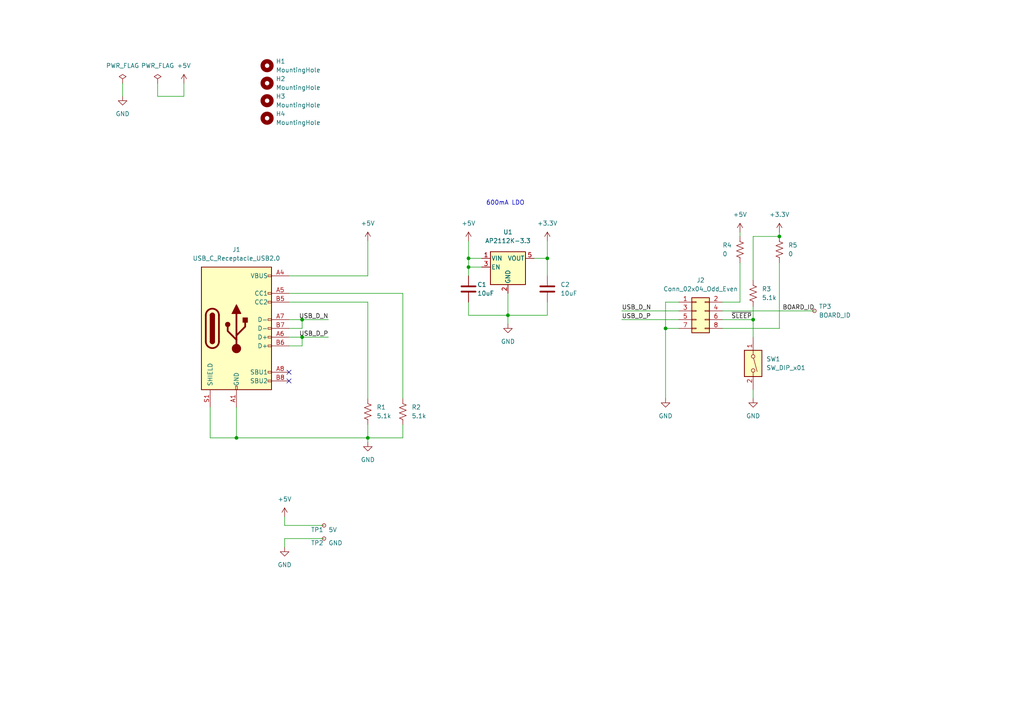
<source format=kicad_sch>
(kicad_sch (version 20211123) (generator eeschema)
  (paper "A4")
  (lib_symbols
    (symbol "Connector:TestPoint_Small" (pin_numbers hide) (pin_names (offset 0.762) hide)
      (property "Reference" "TP" (at 0 3.81 0))
      (property "Value" "TestPoint_Small" (at 0 2.032 0))
      (symbol "TestPoint_Small_0_1"
        (circle (center 0 0) (radius 0.508))
      )
      (symbol "TestPoint_Small_1_1"
        (pin passive line (at 0 0 90) (length 0) (name "1") (number "1"))
      )
    )
    (symbol "Connector:USB_C_Receptacle_USB2.0" (pin_names (offset 1.016))
      (property "Reference" "J" (at -10.16 19.05 0))
      (property "Value" "USB_C_Receptacle_USB2.0" (at 19.05 19.05 0))
      (symbol "USB_C_Receptacle_USB2.0_0_0"
        (rectangle (start -0.254 -17.78) (end 0.254 -16.764))
        (rectangle (start 10.16 -14.986) (end 9.144 -15.494))
        (rectangle (start 10.16 -12.446) (end 9.144 -12.954))
        (rectangle (start 10.16 -4.826) (end 9.144 -5.334))
        (rectangle (start 10.16 -2.286) (end 9.144 -2.794))
        (rectangle (start 10.16 0.254) (end 9.144 -0.254))
        (rectangle (start 10.16 2.794) (end 9.144 2.286))
        (rectangle (start 10.16 7.874) (end 9.144 7.366))
        (rectangle (start 10.16 10.414) (end 9.144 9.906))
        (rectangle (start 10.16 15.494) (end 9.144 14.986))
      )
      (symbol "USB_C_Receptacle_USB2.0_0_1"
        (rectangle (start -10.16 17.78) (end 10.16 -17.78) (stroke (width 0.254)) (fill (type background)))
        (arc (start -8.89 -3.81) (mid -6.985 -5.715) (end -5.08 -3.81) (stroke (width 0.508)))
        (arc (start -7.62 -3.81) (mid -6.985 -4.445) (end -6.35 -3.81) (stroke (width 0.254)))
        (arc (start -7.62 -3.81) (mid -6.985 -4.445) (end -6.35 -3.81) (stroke (width 0.254)) (fill (type outline)))
        (rectangle (start -7.62 -3.81) (end -6.35 3.81) (stroke (width 0.254)) (fill (type outline)))
        (arc (start -6.35 3.81) (mid -6.985 4.445) (end -7.62 3.81) (stroke (width 0.254)))
        (arc (start -6.35 3.81) (mid -6.985 4.445) (end -7.62 3.81) (stroke (width 0.254)) (fill (type outline)))
        (arc (start -5.08 3.81) (mid -6.985 5.715) (end -8.89 3.81) (stroke (width 0.508)))
        (circle (center -2.54 1.143) (radius 0.635) (stroke (width 0.254)) (fill (type outline)))
        (circle (center 0 -5.842) (radius 1.27) (fill (type outline)))
        (polyline (pts (xy -8.89 -3.81) (xy -8.89 3.81)) (stroke (width 0.508)))
        (polyline (pts (xy -5.08 3.81) (xy -5.08 -3.81)) (stroke (width 0.508)))
        (polyline (pts (xy 0 -5.842) (xy 0 4.318)) (stroke (width 0.508)))
        (polyline (pts (xy 0 -3.302) (xy -2.54 -0.762) (xy -2.54 0.508)) (stroke (width 0.508)))
        (polyline (pts (xy 0 -2.032) (xy 2.54 0.508) (xy 2.54 1.778)) (stroke (width 0.508)))
        (polyline (pts (xy -1.27 4.318) (xy 0 6.858) (xy 1.27 4.318) (xy -1.27 4.318)) (stroke (width 0.254)) (fill (type outline)))
        (rectangle (start 1.905 1.778) (end 3.175 3.048) (stroke (width 0.254)) (fill (type outline)))
      )
      (symbol "USB_C_Receptacle_USB2.0_1_1"
        (pin passive line (at 0 -22.86 90) (length 5.08) (name "GND") (number "A1"))
        (pin passive line (at 0 -22.86 90) (length 5.08) hide (name "GND") (number "A12"))
        (pin passive line (at 15.24 15.24 180) (length 5.08) (name "VBUS") (number "A4"))
        (pin bidirectional line (at 15.24 10.16 180) (length 5.08) (name "CC1") (number "A5"))
        (pin bidirectional line (at 15.24 -2.54 180) (length 5.08) (name "D+") (number "A6"))
        (pin bidirectional line (at 15.24 2.54 180) (length 5.08) (name "D-") (number "A7"))
        (pin bidirectional line (at 15.24 -12.7 180) (length 5.08) (name "SBU1") (number "A8"))
        (pin passive line (at 15.24 15.24 180) (length 5.08) hide (name "VBUS") (number "A9"))
        (pin passive line (at 0 -22.86 90) (length 5.08) hide (name "GND") (number "B1"))
        (pin passive line (at 0 -22.86 90) (length 5.08) hide (name "GND") (number "B12"))
        (pin passive line (at 15.24 15.24 180) (length 5.08) hide (name "VBUS") (number "B4"))
        (pin bidirectional line (at 15.24 7.62 180) (length 5.08) (name "CC2") (number "B5"))
        (pin bidirectional line (at 15.24 -5.08 180) (length 5.08) (name "D+") (number "B6"))
        (pin bidirectional line (at 15.24 0 180) (length 5.08) (name "D-") (number "B7"))
        (pin bidirectional line (at 15.24 -15.24 180) (length 5.08) (name "SBU2") (number "B8"))
        (pin passive line (at 15.24 15.24 180) (length 5.08) hide (name "VBUS") (number "B9"))
        (pin passive line (at -7.62 -22.86 90) (length 5.08) (name "SHIELD") (number "S1"))
      )
    )
    (symbol "Connector_Generic:Conn_02x04_Odd_Even" (pin_names (offset 1.016) hide)
      (property "Reference" "J" (at 1.27 5.08 0))
      (property "Value" "Conn_02x04_Odd_Even" (at 1.27 -7.62 0))
      (symbol "Conn_02x04_Odd_Even_1_1"
        (rectangle (start -1.27 -4.953) (end 0 -5.207) (stroke (width 0.1524)))
        (rectangle (start -1.27 -2.413) (end 0 -2.667) (stroke (width 0.1524)))
        (rectangle (start -1.27 0.127) (end 0 -0.127) (stroke (width 0.1524)))
        (rectangle (start -1.27 2.667) (end 0 2.413) (stroke (width 0.1524)))
        (rectangle (start -1.27 3.81) (end 3.81 -6.35) (stroke (width 0.254)) (fill (type background)))
        (rectangle (start 3.81 -4.953) (end 2.54 -5.207) (stroke (width 0.1524)))
        (rectangle (start 3.81 -2.413) (end 2.54 -2.667) (stroke (width 0.1524)))
        (rectangle (start 3.81 0.127) (end 2.54 -0.127) (stroke (width 0.1524)))
        (rectangle (start 3.81 2.667) (end 2.54 2.413) (stroke (width 0.1524)))
        (pin passive line (at -5.08 2.54 0) (length 3.81) (name "Pin_1") (number "1"))
        (pin passive line (at 7.62 2.54 180) (length 3.81) (name "Pin_2") (number "2"))
        (pin passive line (at -5.08 0 0) (length 3.81) (name "Pin_3") (number "3"))
        (pin passive line (at 7.62 0 180) (length 3.81) (name "Pin_4") (number "4"))
        (pin passive line (at -5.08 -2.54 0) (length 3.81) (name "Pin_5") (number "5"))
        (pin passive line (at 7.62 -2.54 180) (length 3.81) (name "Pin_6") (number "6"))
        (pin passive line (at -5.08 -5.08 0) (length 3.81) (name "Pin_7") (number "7"))
        (pin passive line (at 7.62 -5.08 180) (length 3.81) (name "Pin_8") (number "8"))
      )
    )
    (symbol "Device:C" (pin_numbers hide) (pin_names (offset 0.254))
      (property "Reference" "C" (at 0.635 2.54 0))
      (property "Value" "C" (at 0.635 -2.54 0))
      (symbol "C_0_1"
        (polyline (pts (xy -2.032 -0.762) (xy 2.032 -0.762)) (stroke (width 0.508)))
        (polyline (pts (xy -2.032 0.762) (xy 2.032 0.762)) (stroke (width 0.508)))
      )
      (symbol "C_1_1"
        (pin passive line (at 0 3.81 270) (length 2.794) (name "~") (number "1"))
        (pin passive line (at 0 -3.81 90) (length 2.794) (name "~") (number "2"))
      )
    )
    (symbol "Device:R_US" (pin_numbers hide) (pin_names (offset 0))
      (property "Reference" "R" (at 2.54 0 90))
      (property "Value" "R_US" (at -2.54 0 90))
      (symbol "R_US_0_1"
        (polyline (pts (xy 0 -2.286) (xy 0 -2.54)))
        (polyline (pts (xy 0 2.286) (xy 0 2.54)))
        (polyline (pts (xy 0 -0.762) (xy 1.016 -1.143) (xy 0 -1.524) (xy -1.016 -1.905) (xy 0 -2.286)))
        (polyline (pts (xy 0 0.762) (xy 1.016 0.381) (xy 0 0) (xy -1.016 -0.381) (xy 0 -0.762)))
        (polyline (pts (xy 0 2.286) (xy 1.016 1.905) (xy 0 1.524) (xy -1.016 1.143) (xy 0 0.762)))
      )
      (symbol "R_US_1_1"
        (pin passive line (at 0 3.81 270) (length 1.27) (name "~") (number "1"))
        (pin passive line (at 0 -3.81 90) (length 1.27) (name "~") (number "2"))
      )
    )
    (symbol "Mechanical:MountingHole" (pin_names (offset 1.016))
      (property "Reference" "H" (at 0 5.08 0))
      (property "Value" "MountingHole" (at 0 3.175 0))
      (symbol "MountingHole_0_1"
        (circle (center 0 0) (radius 1.27) (stroke (width 1.27)))
      )
    )
    (symbol "Regulator_Linear:AP2112K-3.3" (pin_names (offset 0.254))
      (property "Reference" "U" (at -5.08 5.715 0))
      (property "Value" "AP2112K-3.3" (at 0 5.715 0))
      (symbol "AP2112K-3.3_0_1"
        (rectangle (start -5.08 4.445) (end 5.08 -5.08) (stroke (width 0.254)) (fill (type background)))
      )
      (symbol "AP2112K-3.3_1_1"
        (pin power_in line (at -7.62 2.54 0) (length 2.54) (name "VIN") (number "1"))
        (pin power_in line (at 0 -7.62 90) (length 2.54) (name "GND") (number "2"))
        (pin input line (at -7.62 0 0) (length 2.54) (name "EN") (number "3"))
        (pin no_connect line (at 5.08 0 180) (length 2.54) hide (name "NC") (number "4"))
        (pin power_out line (at 7.62 2.54 180) (length 2.54) (name "VOUT") (number "5"))
      )
    )
    (symbol "Switch:SW_DIP_x01" (pin_names (offset 0) hide)
      (property "Reference" "SW" (at 0 3.81 0))
      (property "Value" "SW_DIP_x01" (at 0 -3.81 0))
      (symbol "SW_DIP_x01_0_0"
        (circle (center -2.032 0) (radius 0.508))
        (polyline (pts (xy -1.524 0.127) (xy 2.3622 1.1684)))
        (circle (center 2.032 0) (radius 0.508))
      )
      (symbol "SW_DIP_x01_0_1"
        (rectangle (start -3.81 2.54) (end 3.81 -2.54) (stroke (width 0.254)) (fill (type background)))
      )
      (symbol "SW_DIP_x01_1_1"
        (pin passive line (at -7.62 0 0) (length 5.08) (name "~") (number "1"))
        (pin passive line (at 7.62 0 180) (length 5.08) (name "~") (number "2"))
      )
    )
    (symbol "power:+3.3V" (power) (pin_names (offset 0))
      (property "Value" "+3.3V" (at 0 3.556 0))
      (symbol "+3.3V_0_1"
        (polyline (pts (xy -0.762 1.27) (xy 0 2.54)))
        (polyline (pts (xy 0 0) (xy 0 2.54)))
        (polyline (pts (xy 0 2.54) (xy 0.762 1.27)))
      )
      (symbol "+3.3V_1_1"
        (pin power_in line (at 0 0 90) (length 0) hide (name "+3.3V") (number "1"))
      )
    )
    (symbol "power:+5V" (power) (pin_names (offset 0))
      (property "Value" "+5V" (at 0 3.556 0))
      (symbol "+5V_0_1"
        (polyline (pts (xy -0.762 1.27) (xy 0 2.54)))
        (polyline (pts (xy 0 0) (xy 0 2.54)))
        (polyline (pts (xy 0 2.54) (xy 0.762 1.27)))
      )
      (symbol "+5V_1_1"
        (pin power_in line (at 0 0 90) (length 0) hide (name "+5V") (number "1"))
      )
    )
    (symbol "power:GND" (power) (pin_names (offset 0))
      (property "Value" "GND" (at 0 -3.81 0))
      (symbol "GND_0_1"
        (polyline (pts (xy 0 0) (xy 0 -1.27) (xy 1.27 -1.27) (xy 0 -2.54) (xy -1.27 -1.27) (xy 0 -1.27)))
      )
      (symbol "GND_1_1"
        (pin power_in line (at 0 0 270) (length 0) hide (name "GND") (number "1"))
      )
    )
    (symbol "power:PWR_FLAG" (power) (pin_numbers hide) (pin_names (offset 0) hide)
      (property "Value" "PWR_FLAG" (at 0 3.81 0))
      (symbol "PWR_FLAG_0_0"
        (pin power_out line (at 0 0 90) (length 0) (name "pwr") (number "1"))
      )
      (symbol "PWR_FLAG_0_1"
        (polyline (pts (xy 0 0) (xy 0 1.27) (xy -1.016 1.905) (xy 0 2.54) (xy 1.016 1.905) (xy 0 1.27)))
      )
    )
  )
  (junction (at 226.06 68.58))
  (junction (at 147.32 91.44))
  (junction (at 158.75 74.93))
  (junction (at 87.63 92.71))
  (junction (at 193.04 95.25))
  (junction (at 135.89 74.93))
  (junction (at 87.63 97.79))
  (junction (at 218.44 92.71))
  (junction (at 106.68 127))
  (junction (at 135.89 77.47))
  (junction (at 68.58 127))
  (no_connect (at 83.82 107.95))
  (no_connect (at 83.82 110.49))
  (wire (pts (xy 193.04 95.25) (xy 193.04 115.57)))
  (wire (pts (xy 226.06 67.31) (xy 226.06 68.58)))
  (wire (pts (xy 82.55 156.21) (xy 82.55 158.75)))
  (wire (pts (xy 218.44 88.9) (xy 218.44 92.71)))
  (wire (pts (xy 158.75 87.63) (xy 158.75 91.44)))
  (wire (pts (xy 82.55 149.86) (xy 82.55 152.4)))
  (wire (pts (xy 135.89 87.63) (xy 135.89 91.44)))
  (wire (pts (xy 135.89 69.85) (xy 135.89 74.93)))
  (wire (pts (xy 218.44 92.71) (xy 218.44 97.79)))
  (wire (pts (xy 68.58 118.11) (xy 68.58 127)))
  (wire (pts (xy 158.75 69.85) (xy 158.75 74.93)))
  (wire (pts (xy 87.63 95.25) (xy 83.82 95.25)))
  (wire (pts (xy 158.75 91.44) (xy 147.32 91.44)))
  (wire (pts (xy 135.89 77.47) (xy 139.7 77.47)))
  (wire (pts (xy 35.56 24.13) (xy 35.56 27.94)))
  (wire (pts (xy 154.94 74.93) (xy 158.75 74.93)))
  (wire (pts (xy 106.68 123.19) (xy 106.68 127)))
  (wire (pts (xy 218.44 68.58) (xy 218.44 81.28)))
  (wire (pts (xy 60.96 118.11) (xy 60.96 127)))
  (wire (pts (xy 214.63 67.31) (xy 214.63 68.58)))
  (wire (pts (xy 180.34 92.71) (xy 196.85 92.71)))
  (wire (pts (xy 106.68 80.01) (xy 106.68 69.85)))
  (wire (pts (xy 116.84 123.19) (xy 116.84 127)))
  (wire (pts (xy 135.89 74.93) (xy 139.7 74.93)))
  (wire (pts (xy 209.55 87.63) (xy 214.63 87.63)))
  (wire (pts (xy 87.63 97.79) (xy 87.63 100.33)))
  (wire (pts (xy 218.44 68.58) (xy 226.06 68.58)))
  (wire (pts (xy 45.72 24.13) (xy 45.72 27.94)))
  (wire (pts (xy 158.75 74.93) (xy 158.75 80.01)))
  (wire (pts (xy 135.89 74.93) (xy 135.89 77.47)))
  (wire (pts (xy 83.82 87.63) (xy 106.68 87.63)))
  (wire (pts (xy 45.72 27.94) (xy 53.34 27.94)))
  (wire (pts (xy 147.32 91.44) (xy 147.32 93.98)))
  (wire (pts (xy 180.34 90.17) (xy 196.85 90.17)))
  (wire (pts (xy 214.63 76.2) (xy 214.63 87.63)))
  (wire (pts (xy 87.63 100.33) (xy 83.82 100.33)))
  (wire (pts (xy 87.63 97.79) (xy 95.25 97.79)))
  (wire (pts (xy 106.68 127) (xy 116.84 127)))
  (wire (pts (xy 106.68 127) (xy 106.68 128.27)))
  (wire (pts (xy 87.63 92.71) (xy 87.63 95.25)))
  (wire (pts (xy 83.82 85.09) (xy 116.84 85.09)))
  (wire (pts (xy 218.44 92.71) (xy 209.55 92.71)))
  (wire (pts (xy 82.55 156.21) (xy 93.98 156.21)))
  (wire (pts (xy 106.68 87.63) (xy 106.68 115.57)))
  (wire (pts (xy 116.84 85.09) (xy 116.84 115.57)))
  (wire (pts (xy 209.55 90.17) (xy 236.22 90.17)))
  (wire (pts (xy 53.34 27.94) (xy 53.34 24.13)))
  (wire (pts (xy 68.58 127) (xy 106.68 127)))
  (wire (pts (xy 196.85 87.63) (xy 193.04 87.63)))
  (wire (pts (xy 60.96 127) (xy 68.58 127)))
  (wire (pts (xy 209.55 95.25) (xy 226.06 95.25)))
  (wire (pts (xy 147.32 91.44) (xy 147.32 85.09)))
  (wire (pts (xy 218.44 113.03) (xy 218.44 115.57)))
  (wire (pts (xy 83.82 80.01) (xy 106.68 80.01)))
  (wire (pts (xy 135.89 91.44) (xy 147.32 91.44)))
  (wire (pts (xy 193.04 87.63) (xy 193.04 95.25)))
  (wire (pts (xy 83.82 97.79) (xy 87.63 97.79)))
  (wire (pts (xy 196.85 95.25) (xy 193.04 95.25)))
  (wire (pts (xy 87.63 92.71) (xy 95.25 92.71)))
  (wire (pts (xy 82.55 152.4) (xy 93.98 152.4)))
  (wire (pts (xy 135.89 77.47) (xy 135.89 80.01)))
  (wire (pts (xy 83.82 92.71) (xy 87.63 92.71)))
  (wire (pts (xy 226.06 76.2) (xy 226.06 95.25)))
  (text "600mA LDO" (at 140.97 59.69 0) (effects (font (size 1.27 1.27)) (justify left bottom)))
  (label "USB_D_N" (at 95.25 92.71 180))
  (label "USB_D_N" (at 180.34 90.17 0))
  (label "USB_D_P" (at 180.34 92.71 0))
  (label "USB_D_P" (at 95.25 97.79 180))
  (label "BOARD_ID" (at 236.22 90.17 180))
  (label "~{SLEEP}" (at 212.09 92.71 0))
  (symbol (lib_id "power:PWR_FLAG") (at 35.56 24.13 0) (unit 1)
    (property "Reference" "#FLG01" (effects hide))
    (property "Value" "PWR_FLAG" (at 35.56 19.05 0))
  )
  (symbol (lib_id "power:GND") (at 82.55 158.75 0) (unit 1)
    (property "Reference" "#PWR04" (effects hide))
    (property "Value" "GND" (at 82.55 163.83 0))
  )
  (symbol (lib_id "power:GND") (at 106.68 128.27 0) (unit 1)
    (property "Reference" "#PWR06" (effects hide))
    (property "Value" "GND" (at 106.68 133.35 0))
  )
  (symbol (lib_id "Regulator_Linear:AP2112K-3.3") (at 147.32 77.47 0) (unit 1)
    (property "Reference" "U1" (at 147.32 67.31 0))
    (property "Value" "AP2112K-3.3" (at 147.32 69.85 0))
    (property "Footprint" "Package_TO_SOT_SMD:SOT-23-5" (effects hide))
    (property "Datasheet" "https://www.diodes.com/assets/Datasheets/AP2112.pdf" (effects hide))
  )
  (symbol (lib_id "power:+5V") (at 106.68 69.85 0) (unit 1)
    (property "Reference" "#PWR05" (effects hide))
    (property "Value" "+5V" (at 106.68 64.77 0))
  )
  (symbol (lib_id "Device:R_US") (at 214.63 72.39 0) (unit 1)
    (property "Reference" "R4" (at 209.55 71.12 0) (effects (justify left)))
    (property "Value" "0" (at 209.55 73.66 0) (effects (justify left)))
    (property "Footprint" "Resistor_SMD:R_1206_3216Metric" (effects hide))
  )
  (symbol (lib_id "power:+5V") (at 135.89 69.85 0) (unit 1)
    (property "Reference" "#PWR07" (effects hide))
    (property "Value" "+5V" (at 135.89 64.77 0))
  )
  (symbol (lib_id "Connector:TestPoint_Small") (at 93.98 152.4 0) (unit 1)
    (property "Reference" "TP1" (at 90.17 153.67 0) (effects (justify left)))
    (property "Value" "5V" (at 95.25 153.6699 0) (effects (justify left)))
    (property "Footprint" "TestPoint:TestPoint_Pad_D1.0mm" (effects hide))
  )
  (symbol (lib_id "power:GND") (at 218.44 115.57 0) (unit 1)
    (property "Reference" "#PWR012" (effects hide))
    (property "Value" "GND" (at 218.44 120.65 0))
  )
  (symbol (lib_id "Device:C") (at 135.89 83.82 0) (unit 1)
    (property "Reference" "C1" (at 138.43 82.55 0) (effects (justify left)))
    (property "Value" "10uF" (at 138.43 85.09 0) (effects (justify left)))
    (property "Footprint" "Capacitor_SMD:C_0603_1608Metric" (effects hide))
  )
  (symbol (lib_id "power:+5V") (at 53.34 24.13 0) (unit 1)
    (property "Reference" "#PWR02" (effects hide))
    (property "Value" "+5V" (at 53.34 19.05 0))
  )
  (symbol (lib_id "power:+3.3V") (at 158.75 69.85 0) (unit 1)
    (property "Reference" "#PWR09" (effects hide))
    (property "Value" "+3.3V" (at 158.75 64.77 0))
  )
  (symbol (lib_id "Connector:TestPoint_Small") (at 93.98 156.21 0) (unit 1)
    (property "Reference" "TP2" (at 90.17 157.48 0) (effects (justify left)))
    (property "Value" "GND" (at 95.25 157.4799 0) (effects (justify left)))
    (property "Footprint" "TestPoint:TestPoint_Pad_D1.0mm" (effects hide))
  )
  (symbol (lib_id "Mechanical:MountingHole") (at 77.47 24.13 0) (unit 1)
    (property "Reference" "H2" (at 80.01 22.8599 0) (effects (justify left)))
    (property "Value" "MountingHole" (at 80.01 25.3999 0) (effects (justify left)))
    (property "Footprint" "MountingHole:MountingHole_5mm" (effects hide))
  )
  (symbol (lib_id "power:GND") (at 147.32 93.98 0) (unit 1)
    (property "Reference" "#PWR08" (effects hide))
    (property "Value" "GND" (at 147.32 99.06 0))
  )
  (symbol (lib_id "power:+3.3V") (at 226.06 67.31 0) (unit 1)
    (property "Reference" "#PWR013" (effects hide))
    (property "Value" "+3.3V" (at 226.06 62.23 0))
  )
  (symbol (lib_id "power:+5V") (at 82.55 149.86 0) (unit 1)
    (property "Reference" "#PWR03" (effects hide))
    (property "Value" "+5V" (at 82.55 144.78 0))
  )
  (symbol (lib_id "Switch:SW_DIP_x01") (at 218.44 105.41 270) (unit 1)
    (property "Reference" "SW1" (at 222.25 104.1399 90) (effects (justify left)))
    (property "Value" "SW_DIP_x01" (at 222.25 106.6799 90) (effects (justify left)))
    (property "Footprint" "Button_Switch_SMD:SW_DIP_SPSTx01_Slide_Omron_A6S-110x_W8.9mm_P2.54mm" (effects hide))
  )
  (symbol (lib_id "Device:R_US") (at 226.06 72.39 0) (unit 1)
    (property "Reference" "R5" (at 228.6 71.1199 0) (effects (justify left)))
    (property "Value" "0" (at 228.6 73.6599 0) (effects (justify left)))
    (property "Footprint" "Resistor_SMD:R_1206_3216Metric" (effects hide))
  )
  (symbol (lib_id "power:GND") (at 35.56 27.94 0) (unit 1)
    (property "Reference" "#PWR01" (effects hide))
    (property "Value" "GND" (at 35.56 33.02 0))
  )
  (symbol (lib_id "power:PWR_FLAG") (at 45.72 24.13 0) (unit 1)
    (property "Reference" "#FLG02" (effects hide))
    (property "Value" "PWR_FLAG" (at 45.72 19.05 0))
  )
  (symbol (lib_id "power:+5V") (at 214.63 67.31 0) (unit 1)
    (property "Reference" "#PWR011" (effects hide))
    (property "Value" "+5V" (at 214.63 62.23 0))
  )
  (symbol (lib_id "Device:R_US") (at 106.68 119.38 0) (unit 1)
    (property "Reference" "R1" (at 109.22 118.1099 0) (effects (justify left)))
    (property "Value" "5.1k" (at 109.22 120.6499 0) (effects (justify left)))
    (property "Footprint" "Resistor_SMD:R_0603_1608Metric" (effects hide))
  )
  (symbol (lib_id "power:GND") (at 193.04 115.57 0) (unit 1)
    (property "Reference" "#PWR010" (effects hide))
    (property "Value" "GND" (at 193.04 120.65 0))
  )
  (symbol (lib_id "Device:R_US") (at 116.84 119.38 0) (unit 1)
    (property "Reference" "R2" (at 119.38 118.1099 0) (effects (justify left)))
    (property "Value" "5.1k" (at 119.38 120.6499 0) (effects (justify left)))
    (property "Footprint" "Resistor_SMD:R_0603_1608Metric" (effects hide))
  )
  (symbol (lib_id "Device:C") (at 158.75 83.82 0) (unit 1)
    (property "Reference" "C2" (at 162.56 82.5499 0) (effects (justify left)))
    (property "Value" "10uF" (at 162.56 85.0899 0) (effects (justify left)))
    (property "Footprint" "Capacitor_SMD:C_0603_1608Metric" (effects hide))
  )
  (symbol (lib_id "Connector_Generic:Conn_02x04_Odd_Even") (at 201.93 90.17 0) (unit 1)
    (property "Reference" "J2" (at 203.2 81.28 0))
    (property "Value" "Conn_02x04_Odd_Even" (at 203.2 83.82 0))
    (property "Footprint" "SpringAdapter:ABTBA018_2x4_P1.6mm" (effects hide))
  )
  (symbol (lib_id "Mechanical:MountingHole") (at 77.47 29.21 0) (unit 1)
    (property "Reference" "H3" (at 80.01 27.9399 0) (effects (justify left)))
    (property "Value" "MountingHole" (at 80.01 30.4799 0) (effects (justify left)))
    (property "Footprint" "MountingHole:MountingHole_2.5mm" (effects hide))
  )
  (symbol (lib_id "Connector:TestPoint_Small") (at 236.22 90.17 0) (unit 1)
    (property "Reference" "TP3" (at 237.49 88.8999 0) (effects (justify left)))
    (property "Value" "BOARD_ID" (at 237.49 91.4399 0) (effects (justify left)))
    (property "Footprint" "TestPoint:TestPoint_Pad_D1.0mm" (effects hide))
  )
  (symbol (lib_id "Mechanical:MountingHole") (at 77.47 19.05 0) (unit 1)
    (property "Reference" "H1" (at 80.01 17.7799 0) (effects (justify left)))
    (property "Value" "MountingHole" (at 80.01 20.3199 0) (effects (justify left)))
    (property "Footprint" "MountingHole:MountingHole_5mm" (effects hide))
  )
  (symbol (lib_id "Connector:USB_C_Receptacle_USB2.0") (at 68.58 95.25 0) (unit 1)
    (property "Reference" "J1" (at 68.58 72.39 0))
    (property "Value" "USB_C_Receptacle_USB2.0" (at 68.58 74.93 0))
    (property "Footprint" "Connector_USB:USB_C_Receptacle_GCT_USB4085" (effects hide))
    (property "Datasheet" "https://www.usb.org/sites/default/files/documents/usb_type-c.zip" (effects hide))
  )
  (symbol (lib_id "Device:R_US") (at 218.44 85.09 0) (unit 1)
    (property "Reference" "R3" (at 220.98 83.82 0) (effects (justify left)))
    (property "Value" "5.1k" (at 220.98 86.36 0) (effects (justify left)))
    (property "Footprint" "Resistor_SMD:R_0603_1608Metric" (effects hide))
  )
  (symbol (lib_id "Mechanical:MountingHole") (at 77.47 34.29 0) (unit 1)
    (property "Reference" "H4" (at 80.01 33.0199 0) (effects (justify left)))
    (property "Value" "MountingHole" (at 80.01 35.5599 0) (effects (justify left)))
    (property "Footprint" "MountingHole:MountingHole_2.5mm" (effects hide))
  )
)
</source>
